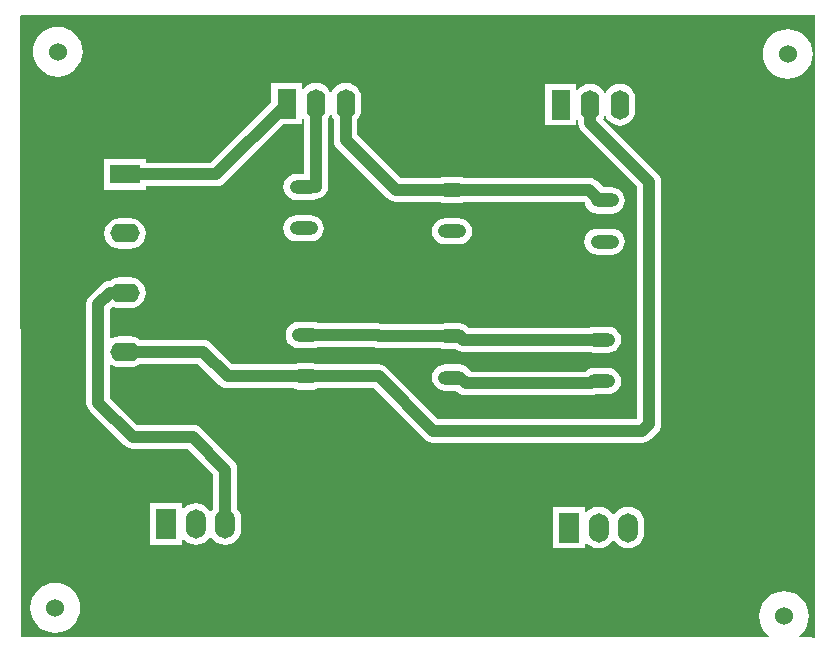
<source format=gbl>
G04*
G04 #@! TF.GenerationSoftware,Altium Limited,Altium Designer,20.2.6 (244)*
G04*
G04 Layer_Physical_Order=2*
G04 Layer_Color=16711680*
%FSLAX25Y25*%
%MOIN*%
G70*
G04*
G04 #@! TF.SameCoordinates,E07979D3-0FA8-472C-B39E-0A4441D90CF7*
G04*
G04*
G04 #@! TF.FilePolarity,Positive*
G04*
G01*
G75*
%ADD21C,0.03937*%
%ADD22O,0.09843X0.06299*%
%ADD23R,0.09843X0.06299*%
%ADD24R,0.06299X0.09843*%
%ADD25O,0.06299X0.09843*%
%ADD26O,0.06693X0.09843*%
%ADD27R,0.06693X0.09843*%
%ADD28O,0.09400X0.04724*%
%ADD29C,0.06000*%
G36*
X387402Y243960D02*
X386940Y243769D01*
X386614Y244094D01*
X382351D01*
X382172Y244595D01*
X383040Y245307D01*
X384073Y246566D01*
X384841Y248002D01*
X385314Y249560D01*
X385473Y251181D01*
X385314Y252802D01*
X384841Y254360D01*
X384073Y255797D01*
X383040Y257056D01*
X381781Y258089D01*
X380345Y258857D01*
X378786Y259329D01*
X377165Y259489D01*
X375545Y259329D01*
X373986Y258857D01*
X372550Y258089D01*
X371291Y257056D01*
X370258Y255797D01*
X369490Y254360D01*
X369017Y252802D01*
X368858Y251181D01*
X369017Y249560D01*
X369490Y248002D01*
X370258Y246566D01*
X371291Y245307D01*
X372159Y244595D01*
X371980Y244094D01*
X122835D01*
X122441Y451181D01*
X122835Y451575D01*
X387402D01*
Y243960D01*
D02*
G37*
%LPC*%
G36*
X135039Y447678D02*
X133419Y447518D01*
X131860Y447045D01*
X130424Y446278D01*
X129165Y445244D01*
X128132Y443986D01*
X127364Y442549D01*
X126891Y440991D01*
X126732Y439370D01*
X126891Y437749D01*
X127364Y436191D01*
X128132Y434755D01*
X129165Y433496D01*
X130424Y432462D01*
X131860Y431695D01*
X133419Y431222D01*
X135039Y431062D01*
X136660Y431222D01*
X138219Y431695D01*
X139655Y432462D01*
X140914Y433496D01*
X141947Y434755D01*
X142715Y436191D01*
X143187Y437749D01*
X143347Y439370D01*
X143187Y440991D01*
X142715Y442549D01*
X141947Y443986D01*
X140914Y445244D01*
X139655Y446278D01*
X138219Y447045D01*
X136660Y447518D01*
X135039Y447678D01*
D02*
G37*
G36*
X378346Y446890D02*
X376726Y446731D01*
X375167Y446258D01*
X373731Y445490D01*
X372472Y444457D01*
X371439Y443198D01*
X370671Y441762D01*
X370198Y440203D01*
X370039Y438583D01*
X370198Y436962D01*
X370671Y435403D01*
X371439Y433967D01*
X372472Y432708D01*
X373731Y431675D01*
X375167Y430907D01*
X376726Y430435D01*
X378346Y430275D01*
X379967Y430435D01*
X381526Y430907D01*
X382962Y431675D01*
X384221Y432708D01*
X385254Y433967D01*
X386022Y435403D01*
X386494Y436962D01*
X386654Y438583D01*
X386494Y440203D01*
X386022Y441762D01*
X385254Y443198D01*
X384221Y444457D01*
X382962Y445490D01*
X381526Y446258D01*
X379967Y446731D01*
X378346Y446890D01*
D02*
G37*
G36*
X231000Y428934D02*
X229664Y428758D01*
X228419Y428242D01*
X227350Y427422D01*
X226529Y426353D01*
X226329Y425868D01*
X225829D01*
X225628Y426353D01*
X224808Y427422D01*
X223739Y428242D01*
X222494Y428758D01*
X221157Y428934D01*
X219821Y428758D01*
X218576Y428242D01*
X217507Y427422D01*
X216933Y426674D01*
X216433Y426844D01*
Y428890D01*
X206197D01*
Y422498D01*
X186095Y402396D01*
X164370D01*
Y403543D01*
X150591D01*
Y393307D01*
X164370D01*
Y394454D01*
X187740D01*
X188768Y394589D01*
X189726Y394986D01*
X190548Y395617D01*
X210041Y415110D01*
X216433D01*
Y416988D01*
X216927Y417171D01*
X217186Y416934D01*
Y398648D01*
X214662D01*
X213532Y398499D01*
X212478Y398062D01*
X211574Y397368D01*
X210879Y396464D01*
X210443Y395410D01*
X210294Y394280D01*
X210443Y393149D01*
X210879Y392096D01*
X211574Y391191D01*
X212478Y390497D01*
X213532Y390060D01*
X214662Y389912D01*
X219338D01*
X220468Y390060D01*
X221068Y390309D01*
X221157D01*
X222185Y390444D01*
X223143Y390841D01*
X223965Y391472D01*
X224596Y392294D01*
X224993Y393252D01*
X225128Y394280D01*
Y416996D01*
X225628Y417647D01*
X225829Y418132D01*
X226329D01*
X226529Y417647D01*
X227029Y416996D01*
Y410000D01*
X227164Y408972D01*
X227561Y408014D01*
X228192Y407192D01*
X244913Y390472D01*
X245735Y389841D01*
X246693Y389444D01*
X247720Y389309D01*
X262432D01*
X263032Y389060D01*
X264162Y388912D01*
X268838D01*
X269968Y389060D01*
X270568Y389309D01*
X310640D01*
X310682Y389266D01*
X310766Y388633D01*
X311202Y387580D01*
X311896Y386675D01*
X312801Y385981D01*
X313855Y385545D01*
X314985Y385396D01*
X319661D01*
X320791Y385545D01*
X321845Y385981D01*
X322749Y386675D01*
X323444Y387580D01*
X323880Y388633D01*
X324029Y389764D01*
X323880Y390894D01*
X323444Y391948D01*
X322749Y392852D01*
X321845Y393547D01*
X320791Y393983D01*
X319661Y394132D01*
X317049D01*
X315093Y396088D01*
X314271Y396719D01*
X313313Y397115D01*
X312285Y397251D01*
X270568D01*
X269968Y397499D01*
X268838Y397648D01*
X264162D01*
X263032Y397499D01*
X262432Y397251D01*
X249365D01*
X234971Y411645D01*
Y416996D01*
X235471Y417647D01*
X235986Y418892D01*
X236162Y420228D01*
Y423772D01*
X235986Y425108D01*
X235471Y426353D01*
X234650Y427422D01*
X233581Y428242D01*
X232336Y428758D01*
X231000Y428934D01*
D02*
G37*
G36*
X322441Y428587D02*
X321105Y428412D01*
X319860Y427896D01*
X318791Y427075D01*
X317970Y426006D01*
X317770Y425522D01*
X317270D01*
X317069Y426006D01*
X316249Y427075D01*
X315179Y427896D01*
X313934Y428412D01*
X312598Y428587D01*
X311262Y428412D01*
X310017Y427896D01*
X308948Y427075D01*
X308374Y426327D01*
X307874Y426497D01*
Y428543D01*
X297638D01*
Y414764D01*
X307874D01*
Y416641D01*
X308368Y416825D01*
X308627Y416587D01*
Y415602D01*
X308763Y414574D01*
X309159Y413616D01*
X309790Y412794D01*
X328312Y394272D01*
Y316963D01*
X261853D01*
X244905Y333910D01*
X244083Y334541D01*
X243125Y334938D01*
X242098Y335073D01*
X221784D01*
X221185Y335322D01*
X220054Y335471D01*
X215379D01*
X214248Y335322D01*
X213649Y335073D01*
X193312D01*
X186208Y342178D01*
X185386Y342809D01*
X184428Y343206D01*
X183400Y343341D01*
X162484D01*
X161833Y343841D01*
X160588Y344356D01*
X159252Y344532D01*
X155709D01*
X154373Y344356D01*
X153128Y343841D01*
X153019Y343758D01*
X152571Y343979D01*
Y353510D01*
X153494Y354433D01*
X154373Y354069D01*
X155709Y353893D01*
X159252D01*
X160588Y354069D01*
X161833Y354585D01*
X162902Y355405D01*
X163723Y356474D01*
X164238Y357719D01*
X164414Y359055D01*
X164238Y360391D01*
X163723Y361636D01*
X162902Y362705D01*
X161833Y363526D01*
X160588Y364042D01*
X159252Y364217D01*
X155709D01*
X154373Y364042D01*
X153128Y363526D01*
X152471Y363022D01*
X151472Y362891D01*
X150514Y362494D01*
X149692Y361863D01*
X145792Y357963D01*
X145161Y357141D01*
X144764Y356183D01*
X144629Y355155D01*
Y322400D01*
X144764Y321372D01*
X145161Y320414D01*
X145792Y319592D01*
X157192Y308192D01*
X158015Y307561D01*
X158972Y307164D01*
X160000Y307029D01*
X178355D01*
X186974Y298410D01*
Y287020D01*
X186302Y286145D01*
X186274Y286076D01*
X185774D01*
X185745Y286145D01*
X184893Y287255D01*
X183783Y288107D01*
X182490Y288643D01*
X181102Y288825D01*
X179715Y288643D01*
X178422Y288107D01*
X177312Y287255D01*
X177048Y286912D01*
X176575Y287073D01*
Y288780D01*
X165945D01*
Y275000D01*
X176575D01*
Y276707D01*
X177048Y276868D01*
X177312Y276524D01*
X178422Y275672D01*
X179715Y275137D01*
X181102Y274954D01*
X182490Y275137D01*
X183783Y275672D01*
X184893Y276524D01*
X185745Y277635D01*
X185774Y277704D01*
X186274D01*
X186302Y277635D01*
X187154Y276524D01*
X188264Y275672D01*
X189557Y275137D01*
X190945Y274954D01*
X192332Y275137D01*
X193625Y275672D01*
X194736Y276524D01*
X195587Y277635D01*
X196123Y278927D01*
X196306Y280315D01*
Y283465D01*
X196123Y284852D01*
X195587Y286145D01*
X194916Y287020D01*
Y300055D01*
X194781Y301083D01*
X194384Y302041D01*
X193753Y302863D01*
X182808Y313808D01*
X181985Y314439D01*
X181028Y314836D01*
X180000Y314971D01*
X161645D01*
X152571Y324045D01*
Y334761D01*
X153019Y334982D01*
X153128Y334899D01*
X154373Y334384D01*
X155709Y334208D01*
X159252D01*
X160588Y334384D01*
X161833Y334899D01*
X162484Y335399D01*
X181755D01*
X188860Y328294D01*
X189682Y327663D01*
X190640Y327267D01*
X191668Y327131D01*
X213649D01*
X214248Y326883D01*
X215379Y326734D01*
X220054D01*
X221185Y326883D01*
X221784Y327131D01*
X240453D01*
X257400Y310184D01*
X258222Y309553D01*
X259180Y309156D01*
X260208Y309021D01*
X329977D01*
X331005Y309156D01*
X331963Y309553D01*
X332785Y310184D01*
X335091Y312491D01*
X335722Y313313D01*
X336119Y314271D01*
X336254Y315298D01*
Y395917D01*
X336119Y396944D01*
X335722Y397902D01*
X335091Y398724D01*
X316828Y416987D01*
X317069Y417301D01*
X317270Y417785D01*
X317770D01*
X317970Y417301D01*
X318791Y416232D01*
X319860Y415411D01*
X321105Y414896D01*
X322441Y414720D01*
X323777Y414896D01*
X325022Y415411D01*
X326091Y416232D01*
X326912Y417301D01*
X327427Y418546D01*
X327603Y419882D01*
Y423425D01*
X327427Y424761D01*
X326912Y426006D01*
X326091Y427075D01*
X325022Y427896D01*
X323777Y428412D01*
X322441Y428587D01*
D02*
G37*
G36*
X219338Y384868D02*
X214662D01*
X213532Y384719D01*
X212478Y384283D01*
X211574Y383589D01*
X210879Y382684D01*
X210443Y381630D01*
X210294Y380500D01*
X210443Y379369D01*
X210879Y378316D01*
X211574Y377411D01*
X212478Y376717D01*
X213532Y376281D01*
X214662Y376132D01*
X219338D01*
X220468Y376281D01*
X221522Y376717D01*
X222427Y377411D01*
X223121Y378316D01*
X223557Y379369D01*
X223706Y380500D01*
X223557Y381630D01*
X223121Y382684D01*
X222427Y383589D01*
X221522Y384283D01*
X220468Y384719D01*
X219338Y384868D01*
D02*
G37*
G36*
X268838Y383868D02*
X264162D01*
X263032Y383719D01*
X261978Y383283D01*
X261073Y382589D01*
X260379Y381684D01*
X259943Y380630D01*
X259794Y379500D01*
X259943Y378369D01*
X260379Y377316D01*
X261073Y376411D01*
X261978Y375717D01*
X263032Y375281D01*
X264162Y375132D01*
X268838D01*
X269968Y375281D01*
X271022Y375717D01*
X271926Y376411D01*
X272621Y377316D01*
X273057Y378369D01*
X273206Y379500D01*
X273057Y380630D01*
X272621Y381684D01*
X271926Y382589D01*
X271022Y383283D01*
X269968Y383719D01*
X268838Y383868D01*
D02*
G37*
G36*
X159252Y383903D02*
X155709D01*
X154373Y383727D01*
X153128Y383211D01*
X152058Y382390D01*
X151238Y381321D01*
X150722Y380076D01*
X150547Y378740D01*
X150722Y377404D01*
X151238Y376159D01*
X152058Y375090D01*
X153128Y374270D01*
X154373Y373754D01*
X155709Y373578D01*
X159252D01*
X160588Y373754D01*
X161833Y374270D01*
X162902Y375090D01*
X163723Y376159D01*
X164238Y377404D01*
X164414Y378740D01*
X164238Y380076D01*
X163723Y381321D01*
X162902Y382390D01*
X161833Y383211D01*
X160588Y383727D01*
X159252Y383903D01*
D02*
G37*
G36*
X319661Y380352D02*
X314985D01*
X313855Y380203D01*
X312801Y379767D01*
X311896Y379073D01*
X311202Y378168D01*
X310766Y377115D01*
X310617Y375984D01*
X310766Y374854D01*
X311202Y373800D01*
X311896Y372896D01*
X312801Y372201D01*
X313855Y371765D01*
X314985Y371616D01*
X319661D01*
X320791Y371765D01*
X321845Y372201D01*
X322749Y372896D01*
X323444Y373800D01*
X323880Y374854D01*
X324029Y375984D01*
X323880Y377115D01*
X323444Y378168D01*
X322749Y379073D01*
X321845Y379767D01*
X320791Y380203D01*
X319661Y380352D01*
D02*
G37*
G36*
X220054Y349250D02*
X215379D01*
X214248Y349101D01*
X213195Y348665D01*
X212290Y347971D01*
X211596Y347066D01*
X211160Y346012D01*
X211011Y344882D01*
X211160Y343751D01*
X211596Y342698D01*
X212290Y341793D01*
X213195Y341099D01*
X214248Y340663D01*
X215379Y340514D01*
X220054D01*
X221185Y340663D01*
X221784Y340911D01*
X240642D01*
X241266Y340652D01*
X242294Y340517D01*
X262468D01*
X263067Y340269D01*
X264198Y340120D01*
X267953D01*
X268282Y339868D01*
X269240Y339471D01*
X270268Y339336D01*
X312074D01*
X312673Y339088D01*
X313804Y338939D01*
X318480D01*
X319610Y339088D01*
X320664Y339524D01*
X321568Y340218D01*
X322263Y341123D01*
X322699Y342177D01*
X322848Y343307D01*
X322699Y344438D01*
X322263Y345491D01*
X321568Y346396D01*
X320664Y347090D01*
X319610Y347526D01*
X318480Y347675D01*
X313804D01*
X312673Y347526D01*
X312074Y347278D01*
X272191D01*
X271962Y347577D01*
X271057Y348271D01*
X270004Y348707D01*
X268873Y348856D01*
X264198D01*
X263067Y348707D01*
X262468Y348459D01*
X243551D01*
X242928Y348717D01*
X241900Y348853D01*
X221784D01*
X221185Y349101D01*
X220054Y349250D01*
D02*
G37*
G36*
X268873Y335077D02*
X264198D01*
X263067Y334928D01*
X262014Y334491D01*
X261109Y333797D01*
X260415Y332893D01*
X259978Y331839D01*
X259829Y330709D01*
X259978Y329578D01*
X260415Y328525D01*
X261109Y327620D01*
X262014Y326926D01*
X263067Y326489D01*
X264198Y326341D01*
X267839D01*
X268247Y325932D01*
X269069Y325301D01*
X270027Y324904D01*
X271055Y324769D01*
X312804D01*
X313831Y324904D01*
X314447Y325160D01*
X318480D01*
X319610Y325308D01*
X320664Y325745D01*
X321568Y326439D01*
X322263Y327344D01*
X322699Y328397D01*
X322848Y329528D01*
X322699Y330658D01*
X322263Y331712D01*
X321568Y332616D01*
X320664Y333311D01*
X319610Y333747D01*
X318480Y333896D01*
X313804D01*
X312673Y333747D01*
X311620Y333311D01*
X310839Y332711D01*
X272731D01*
X272656Y332893D01*
X271962Y333797D01*
X271057Y334491D01*
X270004Y334928D01*
X268873Y335077D01*
D02*
G37*
G36*
X325197Y287644D02*
X323809Y287461D01*
X322516Y286926D01*
X321406Y286074D01*
X320554Y284964D01*
X320526Y284895D01*
X320026D01*
X319997Y284964D01*
X319145Y286074D01*
X318035Y286926D01*
X316742Y287461D01*
X315354Y287644D01*
X313967Y287461D01*
X312674Y286926D01*
X311564Y286074D01*
X311300Y285731D01*
X310827Y285891D01*
Y287598D01*
X300197D01*
Y273819D01*
X310827D01*
Y275526D01*
X311300Y275687D01*
X311564Y275343D01*
X312674Y274491D01*
X313967Y273956D01*
X315354Y273773D01*
X316742Y273956D01*
X318035Y274491D01*
X319145Y275343D01*
X319997Y276453D01*
X320026Y276522D01*
X320526D01*
X320554Y276453D01*
X321406Y275343D01*
X322516Y274491D01*
X323809Y273956D01*
X325197Y273773D01*
X326584Y273956D01*
X327877Y274491D01*
X328988Y275343D01*
X329839Y276453D01*
X330375Y277746D01*
X330558Y279134D01*
Y282283D01*
X330375Y283671D01*
X329839Y284964D01*
X328988Y286074D01*
X327877Y286926D01*
X326584Y287461D01*
X325197Y287644D01*
D02*
G37*
G36*
X134252Y262245D02*
X132631Y262085D01*
X131073Y261612D01*
X129637Y260845D01*
X128378Y259811D01*
X127344Y258553D01*
X126577Y257116D01*
X126104Y255558D01*
X125944Y253937D01*
X126104Y252316D01*
X126577Y250758D01*
X127344Y249322D01*
X128378Y248063D01*
X129637Y247029D01*
X131073Y246262D01*
X132631Y245789D01*
X134252Y245629D01*
X135873Y245789D01*
X137431Y246262D01*
X138867Y247029D01*
X140126Y248063D01*
X141160Y249322D01*
X141927Y250758D01*
X142400Y252316D01*
X142560Y253937D01*
X142400Y255558D01*
X141927Y257116D01*
X141160Y258553D01*
X140126Y259811D01*
X138867Y260845D01*
X137431Y261612D01*
X135873Y262085D01*
X134252Y262245D01*
D02*
G37*
%LPD*%
D21*
X315198Y389764D02*
X317323D01*
X314834Y390127D02*
X315198Y389764D01*
X266500Y393280D02*
X312285D01*
X314834Y390127D02*
Y390730D01*
X312285Y393280D02*
X314834Y390730D01*
X270268Y343307D02*
X316142D01*
X269086Y344488D02*
X270268Y343307D01*
X242294Y344488D02*
X269086D01*
Y330709D02*
X271055Y328740D01*
X312804D01*
X313591Y329528D01*
X316142D01*
X266535Y330709D02*
X269086D01*
X312598Y415602D02*
X332283Y395917D01*
X260208Y312992D02*
X329977D01*
X332283Y315298D01*
Y395917D01*
X242098Y331102D02*
X260208Y312992D01*
X221157Y394280D02*
Y422000D01*
X217717Y331102D02*
X242098D01*
X312598Y415602D02*
Y421654D01*
X152500Y359055D02*
X157480D01*
X148600Y355155D02*
X152500Y359055D01*
X148600Y322400D02*
Y355155D01*
Y322400D02*
X160000Y311000D01*
X180000D01*
X190945Y300055D01*
Y281890D02*
Y300055D01*
X217000Y394280D02*
X221157D01*
X231000Y410000D02*
Y422000D01*
Y410000D02*
X247720Y393280D01*
X266500D01*
X157480Y398425D02*
X187740D01*
X211315Y422000D01*
X241900Y344882D02*
X242294Y344488D01*
X217717Y344882D02*
X241900D01*
X191668Y331102D02*
X217717D01*
X183400Y339370D02*
X191668Y331102D01*
X157480Y339370D02*
X183400D01*
D22*
X157480Y378740D02*
D03*
Y339370D02*
D03*
Y359055D02*
D03*
D23*
Y398425D02*
D03*
D24*
X302756Y421654D02*
D03*
X211315Y422000D02*
D03*
D25*
X312598Y421654D02*
D03*
X322441D02*
D03*
X221157Y422000D02*
D03*
X231000D02*
D03*
D26*
X325197Y280709D02*
D03*
X315354D02*
D03*
X181102Y281890D02*
D03*
X190945D02*
D03*
D27*
X305512Y280709D02*
D03*
X171260Y281890D02*
D03*
D28*
X316142Y343307D02*
D03*
Y329528D02*
D03*
X266535Y344488D02*
D03*
Y330709D02*
D03*
X217717Y344882D02*
D03*
Y331102D02*
D03*
X317323Y389764D02*
D03*
Y375984D02*
D03*
X266500Y393280D02*
D03*
Y379500D02*
D03*
X217000Y380500D02*
D03*
Y394280D02*
D03*
D29*
X378346Y438583D02*
D03*
X377165Y251181D02*
D03*
X134252Y253937D02*
D03*
X135039Y439370D02*
D03*
M02*

</source>
